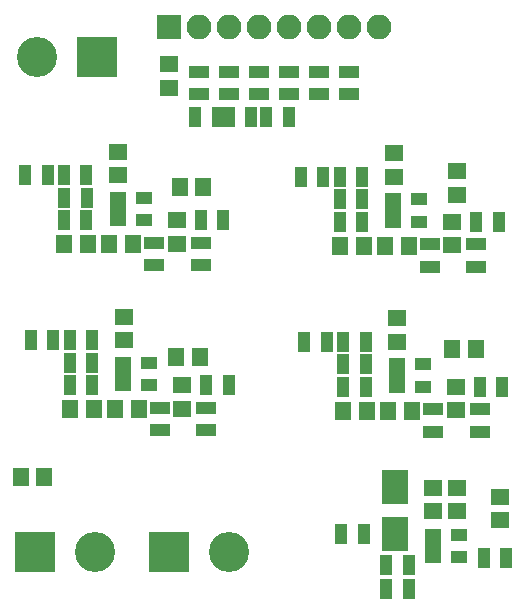
<source format=gbr>
G04 #@! TF.GenerationSoftware,KiCad,Pcbnew,(5.0.0)*
G04 #@! TF.CreationDate,2020-04-28T19:31:03-04:00*
G04 #@! TF.ProjectId,Kyle's Amp,4B796C65277320416D702E6B69636164,rev?*
G04 #@! TF.SameCoordinates,Original*
G04 #@! TF.FileFunction,Soldermask,Top*
G04 #@! TF.FilePolarity,Negative*
%FSLAX46Y46*%
G04 Gerber Fmt 4.6, Leading zero omitted, Abs format (unit mm)*
G04 Created by KiCad (PCBNEW (5.0.0)) date 04/28/20 19:31:03*
%MOMM*%
%LPD*%
G01*
G04 APERTURE LIST*
%ADD10R,1.400000X1.650000*%
%ADD11R,1.460000X1.050000*%
%ADD12R,1.100000X1.700000*%
%ADD13R,1.700000X1.100000*%
%ADD14R,1.650000X1.400000*%
%ADD15R,2.200000X2.900000*%
%ADD16R,3.400000X3.400000*%
%ADD17C,3.400000*%
%ADD18O,2.100000X2.100000*%
%ADD19R,2.100000X2.100000*%
G04 APERTURE END LIST*
D10*
G04 #@! TO.C,C15*
X137947000Y-103632000D03*
X139947000Y-103632000D03*
G04 #@! TD*
D11*
G04 #@! TO.C,U4*
X138668000Y-99695000D03*
X138668000Y-100645000D03*
X138668000Y-101595000D03*
X140868000Y-101595000D03*
X140868000Y-99695000D03*
G04 #@! TD*
D12*
G04 #@! TO.C,R28*
X130840000Y-97790000D03*
X132740000Y-97790000D03*
G04 #@! TD*
G04 #@! TO.C,R23*
X147599000Y-101600000D03*
X145699000Y-101600000D03*
G04 #@! TD*
D10*
G04 #@! TO.C,C13*
X134153000Y-103632000D03*
X136153000Y-103632000D03*
G04 #@! TD*
D13*
G04 #@! TO.C,R27*
X145694000Y-103505000D03*
X145694000Y-105405000D03*
G04 #@! TD*
D12*
G04 #@! TO.C,R24*
X136037000Y-97790000D03*
X134137000Y-97790000D03*
G04 #@! TD*
D14*
G04 #@! TO.C,C16*
X138709000Y-95790000D03*
X138709000Y-97790000D03*
G04 #@! TD*
D12*
G04 #@! TO.C,R22*
X136037000Y-101600000D03*
X134137000Y-101600000D03*
G04 #@! TD*
D13*
G04 #@! TO.C,R25*
X141757000Y-105405000D03*
X141757000Y-103505000D03*
G04 #@! TD*
D12*
G04 #@! TO.C,R26*
X136042000Y-99695000D03*
X134142000Y-99695000D03*
G04 #@! TD*
D14*
G04 #@! TO.C,C14*
X143662000Y-101600000D03*
X143662000Y-103600000D03*
G04 #@! TD*
D10*
G04 #@! TO.C,C11*
X116808000Y-103505000D03*
X114808000Y-103505000D03*
G04 #@! TD*
D14*
G04 #@! TO.C,C10*
X120523000Y-103473000D03*
X120523000Y-101473000D03*
G04 #@! TD*
D12*
G04 #@! TO.C,R19*
X111003000Y-99568000D03*
X112903000Y-99568000D03*
G04 #@! TD*
D10*
G04 #@! TO.C,C9*
X113014000Y-103505000D03*
X111014000Y-103505000D03*
G04 #@! TD*
D12*
G04 #@! TO.C,R15*
X110998000Y-101473000D03*
X112898000Y-101473000D03*
G04 #@! TD*
D13*
G04 #@! TO.C,R18*
X118618000Y-103378000D03*
X118618000Y-105278000D03*
G04 #@! TD*
D12*
G04 #@! TO.C,R21*
X109601000Y-97663000D03*
X107701000Y-97663000D03*
G04 #@! TD*
D13*
G04 #@! TO.C,R20*
X122555000Y-105278000D03*
X122555000Y-103378000D03*
G04 #@! TD*
D12*
G04 #@! TO.C,R17*
X110998000Y-97663000D03*
X112898000Y-97663000D03*
G04 #@! TD*
D14*
G04 #@! TO.C,C12*
X115570000Y-97663000D03*
X115570000Y-95663000D03*
G04 #@! TD*
D12*
G04 #@! TO.C,R16*
X122560000Y-101473000D03*
X124460000Y-101473000D03*
G04 #@! TD*
D11*
G04 #@! TO.C,U3*
X117729000Y-99568000D03*
X117729000Y-101468000D03*
X115529000Y-101468000D03*
X115529000Y-100518000D03*
X115529000Y-99568000D03*
G04 #@! TD*
D10*
G04 #@! TO.C,C7*
X137668000Y-89662000D03*
X139668000Y-89662000D03*
G04 #@! TD*
D14*
G04 #@! TO.C,C6*
X143383000Y-87630000D03*
X143383000Y-89630000D03*
G04 #@! TD*
G04 #@! TO.C,C8*
X138430000Y-81820000D03*
X138430000Y-83820000D03*
G04 #@! TD*
D10*
G04 #@! TO.C,C5*
X133874000Y-89662000D03*
X135874000Y-89662000D03*
G04 #@! TD*
D11*
G04 #@! TO.C,U2*
X138389000Y-85725000D03*
X138389000Y-86675000D03*
X138389000Y-87625000D03*
X140589000Y-87625000D03*
X140589000Y-85725000D03*
G04 #@! TD*
D12*
G04 #@! TO.C,R14*
X130561000Y-83820000D03*
X132461000Y-83820000D03*
G04 #@! TD*
G04 #@! TO.C,R10*
X135758000Y-83820000D03*
X133858000Y-83820000D03*
G04 #@! TD*
D13*
G04 #@! TO.C,R11*
X141478000Y-91435000D03*
X141478000Y-89535000D03*
G04 #@! TD*
D12*
G04 #@! TO.C,R8*
X135758000Y-87630000D03*
X133858000Y-87630000D03*
G04 #@! TD*
G04 #@! TO.C,R9*
X147320000Y-87630000D03*
X145420000Y-87630000D03*
G04 #@! TD*
G04 #@! TO.C,R12*
X135763000Y-85725000D03*
X133863000Y-85725000D03*
G04 #@! TD*
D13*
G04 #@! TO.C,R13*
X145415000Y-89535000D03*
X145415000Y-91435000D03*
G04 #@! TD*
D12*
G04 #@! TO.C,R1*
X110500000Y-87503000D03*
X112400000Y-87503000D03*
G04 #@! TD*
G04 #@! TO.C,R2*
X122062000Y-87503000D03*
X123962000Y-87503000D03*
G04 #@! TD*
G04 #@! TO.C,R3*
X110500000Y-83693000D03*
X112400000Y-83693000D03*
G04 #@! TD*
D13*
G04 #@! TO.C,R4*
X118120000Y-89408000D03*
X118120000Y-91308000D03*
G04 #@! TD*
D12*
G04 #@! TO.C,R5*
X110505000Y-85598000D03*
X112405000Y-85598000D03*
G04 #@! TD*
D13*
G04 #@! TO.C,R6*
X122057000Y-91308000D03*
X122057000Y-89408000D03*
G04 #@! TD*
D12*
G04 #@! TO.C,R7*
X109103000Y-83693000D03*
X107203000Y-83693000D03*
G04 #@! TD*
D11*
G04 #@! TO.C,U1*
X117231000Y-85598000D03*
X117231000Y-87498000D03*
X115031000Y-87498000D03*
X115031000Y-86548000D03*
X115031000Y-85598000D03*
G04 #@! TD*
D10*
G04 #@! TO.C,C1*
X112516000Y-89535000D03*
X110516000Y-89535000D03*
G04 #@! TD*
D14*
G04 #@! TO.C,C2*
X120025000Y-89503000D03*
X120025000Y-87503000D03*
G04 #@! TD*
D10*
G04 #@! TO.C,C3*
X116310000Y-89535000D03*
X114310000Y-89535000D03*
G04 #@! TD*
D14*
G04 #@! TO.C,C4*
X115072000Y-83693000D03*
X115072000Y-81693000D03*
G04 #@! TD*
G04 #@! TO.C,C17*
X143764000Y-110125000D03*
X143764000Y-112125000D03*
G04 #@! TD*
G04 #@! TO.C,C18*
X141732000Y-112141000D03*
X141732000Y-110141000D03*
G04 #@! TD*
D15*
G04 #@! TO.C,D1*
X138557000Y-110046000D03*
X138557000Y-114046000D03*
G04 #@! TD*
D12*
G04 #@! TO.C,R29*
X137800000Y-118745000D03*
X139700000Y-118745000D03*
G04 #@! TD*
G04 #@! TO.C,R30*
X137800000Y-116713000D03*
X139700000Y-116713000D03*
G04 #@! TD*
G04 #@! TO.C,R31*
X135890000Y-114046000D03*
X133990000Y-114046000D03*
G04 #@! TD*
G04 #@! TO.C,R32*
X147950000Y-116078000D03*
X146050000Y-116078000D03*
G04 #@! TD*
D11*
G04 #@! TO.C,U5*
X143975000Y-114112000D03*
X143975000Y-116012000D03*
X141775000Y-116012000D03*
X141775000Y-115062000D03*
X141775000Y-114112000D03*
G04 #@! TD*
D14*
G04 #@! TO.C,C19*
X143764000Y-85344000D03*
X143764000Y-83344000D03*
G04 #@! TD*
D10*
G04 #@! TO.C,C20*
X122285000Y-84709000D03*
X120285000Y-84709000D03*
G04 #@! TD*
G04 #@! TO.C,C21*
X143383000Y-98425000D03*
X145383000Y-98425000D03*
G04 #@! TD*
G04 #@! TO.C,C22*
X120015000Y-99060000D03*
X122015000Y-99060000D03*
G04 #@! TD*
G04 #@! TO.C,C23*
X106839000Y-109220000D03*
X108839000Y-109220000D03*
G04 #@! TD*
D14*
G04 #@! TO.C,C24*
X119380000Y-76295000D03*
X119380000Y-74295000D03*
G04 #@! TD*
G04 #@! TO.C,C25*
X147447000Y-112903000D03*
X147447000Y-110903000D03*
G04 #@! TD*
D16*
G04 #@! TO.C,J2*
X108077000Y-115570000D03*
D17*
X113157000Y-115570000D03*
G04 #@! TD*
D18*
G04 #@! TO.C,J3*
X137160000Y-71120000D03*
X134620000Y-71120000D03*
X132080000Y-71120000D03*
X129540000Y-71120000D03*
X127000000Y-71120000D03*
X124460000Y-71120000D03*
X121920000Y-71120000D03*
D19*
X119380000Y-71120000D03*
G04 #@! TD*
D17*
G04 #@! TO.C,J4*
X108204000Y-73660000D03*
D16*
X113284000Y-73660000D03*
G04 #@! TD*
D12*
G04 #@! TO.C,R33*
X121605000Y-78740000D03*
X123505000Y-78740000D03*
G04 #@! TD*
G04 #@! TO.C,R34*
X126360000Y-78740000D03*
X124460000Y-78740000D03*
G04 #@! TD*
G04 #@! TO.C,R35*
X127640000Y-78740000D03*
X129540000Y-78740000D03*
G04 #@! TD*
D13*
G04 #@! TO.C,R36*
X121920000Y-74930000D03*
X121920000Y-76830000D03*
G04 #@! TD*
G04 #@! TO.C,R37*
X124460000Y-76830000D03*
X124460000Y-74930000D03*
G04 #@! TD*
G04 #@! TO.C,R38*
X127000000Y-74930000D03*
X127000000Y-76830000D03*
G04 #@! TD*
G04 #@! TO.C,R39*
X129540000Y-76830000D03*
X129540000Y-74930000D03*
G04 #@! TD*
G04 #@! TO.C,R40*
X132080000Y-76830000D03*
X132080000Y-74930000D03*
G04 #@! TD*
G04 #@! TO.C,R41*
X134620000Y-74930000D03*
X134620000Y-76830000D03*
G04 #@! TD*
D17*
G04 #@! TO.C,J1*
X124460000Y-115570000D03*
D16*
X119380000Y-115570000D03*
G04 #@! TD*
M02*

</source>
